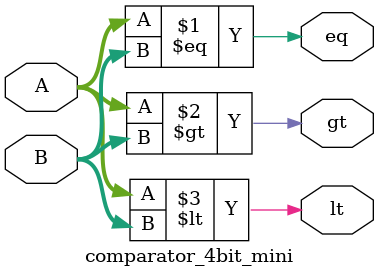
<source format=v>
module comparator_4bit_mini (
    input [3:0] A, B,
    output eq, gt, lt
);

    assign eq = (A == B);
    assign gt = (A > B);
    assign lt = (A < B);

endmodule
</source>
